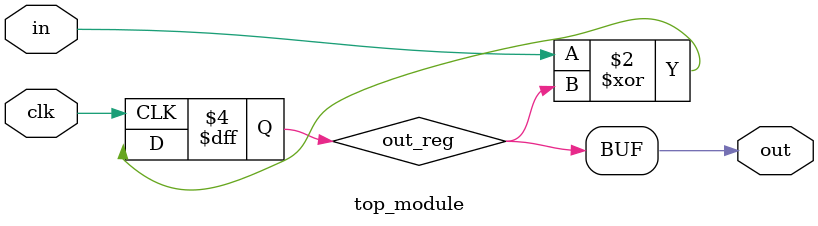
<source format=sv>
module top_module (
	input clk,
	input in,
	output logic out
);

	// Define a reg for the output since it will be driven from an always block
	reg out_reg;
	assign out = out_reg;

	// Initial condition
	initial begin
		out_reg = 0;
	end

	// Always block to update the output on the rising edge of the clock
	always_ff @(posedge clk) begin
		out_reg <= in ^ out_reg;
	end

endmodule

</source>
